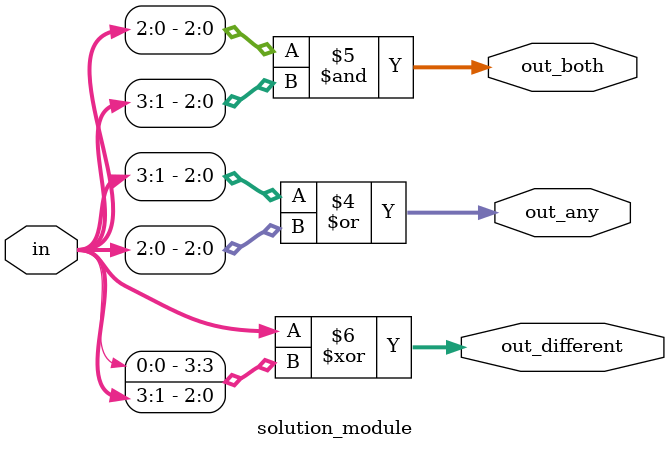
<source format=v>
module top_module( 
    input [3:0] in,
    output reg [2:0] out_both,
    output reg [3:1] out_any,
    output reg [3:0] out_different );

	integer i;
	
	always @(*) begin
		for(i = 0; i <= 2; i = i + 1) begin
			out_both[i] = in[i] & in[i+1];
		end
	end

	always @(*) begin
		for(i = 1; i <= 3; i = i + 1) begin
			out_any[i] = in[i-1] | in[i];
		end
	end

	always @(*) begin
		out_different[3] = in[3] ^ in[0];
		for(i = 0; i <= 2; i = i + 1) begin
			out_different[i] = in[i] ^ in[i+1];
		end
	end

endmodule

/* Solution */

module solution_module (
	input [3:0] in,
	output [2:0] out_both,
	output [3:1] out_any,
	output [3:0] out_different
);

	// Use bitwise operators and part-select to do the entire calculation in one line of code
	// in[3:1] is this vector:   					 in[3]  in[2]  in[1]
	// in[2:0] is this vector:   					 in[2]  in[1]  in[0]
	// Bitwise-OR produces a 3 bit vector.			   |      |      |
	// Assign this 3-bit result to out_any[3:1]:	o_a[3] o_a[2] o_a[1]

	// Thus, each output bit is the OR of the input bit and its neighbour to the right:
	// e.g., out_any[1] = in[1] | in[0];	
	// Notice how this works even for long vectors.
	assign out_any = in[3:1] | in[2:0];

	assign out_both = in[2:0] & in[3:1];
	
	// XOR 'in' with a vector that is 'in' rotated to the right by 1 position: {in[0], in[3:1]}
	// The rotation is accomplished by using part selects[] and the concatenation operator{}.
	assign out_different = in ^ {in[0], in[3:1]};
	
endmodule
</source>
